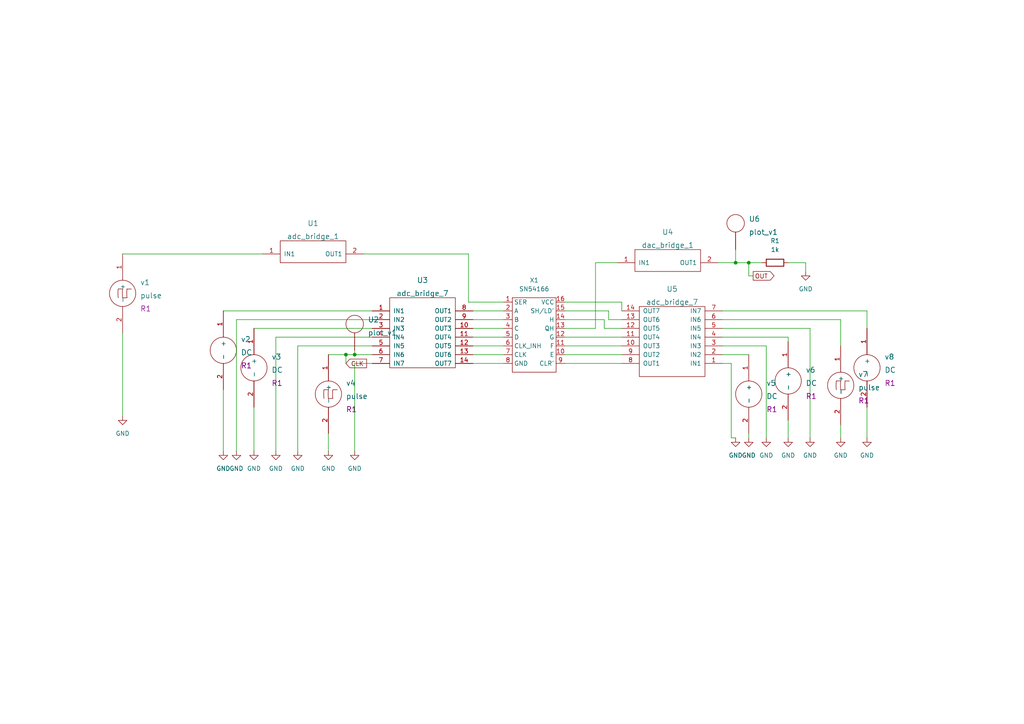
<source format=kicad_sch>
(kicad_sch (version 20211123) (generator eeschema)

  (uuid 58c39017-c7a9-4d65-8798-677ac3bddedf)

  (paper "A4")

  (lib_symbols
    (symbol "eSim_Devices:resistor" (pin_numbers hide) (pin_names (offset 0)) (in_bom yes) (on_board yes)
      (property "Reference" "R" (id 0) (at 1.27 3.302 0)
        (effects (font (size 1.27 1.27)))
      )
      (property "Value" "resistor" (id 1) (at 1.27 -1.27 0)
        (effects (font (size 1.27 1.27)))
      )
      (property "Footprint" "" (id 2) (at 1.27 -0.508 0)
        (effects (font (size 0.762 0.762)))
      )
      (property "Datasheet" "" (id 3) (at 1.27 1.27 90)
        (effects (font (size 0.762 0.762)))
      )
      (property "ki_fp_filters" "R_* Resistor_*" (id 4) (at 0 0 0)
        (effects (font (size 1.27 1.27)) hide)
      )
      (symbol "resistor_0_1"
        (rectangle (start 3.81 0.254) (end -1.27 2.286)
          (stroke (width 0.254) (type default) (color 0 0 0 0))
          (fill (type none))
        )
      )
      (symbol "resistor_1_1"
        (pin passive line (at -2.54 1.27 0) (length 1.27)
          (name "~" (effects (font (size 1.524 1.524))))
          (number "1" (effects (font (size 1.524 1.524))))
        )
        (pin passive line (at 5.08 1.27 180) (length 1.27)
          (name "~" (effects (font (size 1.524 1.524))))
          (number "2" (effects (font (size 1.524 1.524))))
        )
      )
    )
    (symbol "eSim_Hybrid:adc_bridge_1" (pin_names (offset 1.016)) (in_bom yes) (on_board yes)
      (property "Reference" "U" (id 0) (at 0 0 0)
        (effects (font (size 1.524 1.524)))
      )
      (property "Value" "adc_bridge_1" (id 1) (at 0 3.81 0)
        (effects (font (size 1.524 1.524)))
      )
      (property "Footprint" "" (id 2) (at 0 0 0)
        (effects (font (size 1.524 1.524)))
      )
      (property "Datasheet" "" (id 3) (at 0 0 0)
        (effects (font (size 1.524 1.524)))
      )
      (symbol "adc_bridge_1_0_1"
        (rectangle (start -10.16 5.08) (end 8.89 -1.27)
          (stroke (width 0) (type default) (color 0 0 0 0))
          (fill (type none))
        )
      )
      (symbol "adc_bridge_1_1_1"
        (pin input line (at -15.24 1.27 0) (length 5.08)
          (name "IN1" (effects (font (size 1.27 1.27))))
          (number "1" (effects (font (size 1.27 1.27))))
        )
        (pin output line (at 13.97 1.27 180) (length 5.08)
          (name "OUT1" (effects (font (size 1.27 1.27))))
          (number "2" (effects (font (size 1.27 1.27))))
        )
      )
    )
    (symbol "eSim_Hybrid:adc_bridge_7" (pin_names (offset 1.016)) (in_bom yes) (on_board yes)
      (property "Reference" "U" (id 0) (at 0 0 0)
        (effects (font (size 1.524 1.524)))
      )
      (property "Value" "adc_bridge_7" (id 1) (at 0 3.81 0)
        (effects (font (size 1.524 1.524)))
      )
      (property "Footprint" "" (id 2) (at 0 0 0)
        (effects (font (size 1.524 1.524)))
      )
      (property "Datasheet" "" (id 3) (at 0 0 0)
        (effects (font (size 1.524 1.524)))
      )
      (symbol "adc_bridge_7_0_1"
        (rectangle (start -10.16 5.08) (end 8.89 -15.24)
          (stroke (width 0) (type default) (color 0 0 0 0))
          (fill (type none))
        )
      )
      (symbol "adc_bridge_7_1_1"
        (pin input line (at -15.24 1.27 0) (length 5.08)
          (name "IN1" (effects (font (size 1.27 1.27))))
          (number "1" (effects (font (size 1.27 1.27))))
        )
        (pin output line (at 13.97 -3.81 180) (length 5.08)
          (name "OUT3" (effects (font (size 1.27 1.27))))
          (number "10" (effects (font (size 1.27 1.27))))
        )
        (pin output line (at 13.97 -6.35 180) (length 5.08)
          (name "OUT4" (effects (font (size 1.27 1.27))))
          (number "11" (effects (font (size 1.27 1.27))))
        )
        (pin output line (at 13.97 -8.89 180) (length 5.08)
          (name "OUT5" (effects (font (size 1.27 1.27))))
          (number "12" (effects (font (size 1.27 1.27))))
        )
        (pin output line (at 13.97 -11.43 180) (length 5.08)
          (name "OUT6" (effects (font (size 1.27 1.27))))
          (number "13" (effects (font (size 1.27 1.27))))
        )
        (pin output line (at 13.97 -13.97 180) (length 5.08)
          (name "OUT7" (effects (font (size 1.27 1.27))))
          (number "14" (effects (font (size 1.27 1.27))))
        )
        (pin input line (at -15.24 -1.27 0) (length 5.08)
          (name "IN2" (effects (font (size 1.27 1.27))))
          (number "2" (effects (font (size 1.27 1.27))))
        )
        (pin input line (at -15.24 -3.81 0) (length 5.08)
          (name "IN3" (effects (font (size 1.27 1.27))))
          (number "3" (effects (font (size 1.27 1.27))))
        )
        (pin input line (at -15.24 -6.35 0) (length 5.08)
          (name "IN4" (effects (font (size 1.27 1.27))))
          (number "4" (effects (font (size 1.27 1.27))))
        )
        (pin input line (at -15.24 -8.89 0) (length 5.08)
          (name "IN5" (effects (font (size 1.27 1.27))))
          (number "5" (effects (font (size 1.27 1.27))))
        )
        (pin input line (at -15.24 -11.43 0) (length 5.08)
          (name "IN6" (effects (font (size 1.27 1.27))))
          (number "6" (effects (font (size 1.27 1.27))))
        )
        (pin input line (at -15.24 -13.97 0) (length 5.08)
          (name "IN7" (effects (font (size 1.27 1.27))))
          (number "7" (effects (font (size 1.27 1.27))))
        )
        (pin output line (at 13.97 1.27 180) (length 5.08)
          (name "OUT1" (effects (font (size 1.27 1.27))))
          (number "8" (effects (font (size 1.27 1.27))))
        )
        (pin output line (at 13.97 -1.27 180) (length 5.08)
          (name "OUT2" (effects (font (size 1.27 1.27))))
          (number "9" (effects (font (size 1.27 1.27))))
        )
      )
    )
    (symbol "eSim_Hybrid:dac_bridge_1" (pin_names (offset 1.016)) (in_bom yes) (on_board yes)
      (property "Reference" "U" (id 0) (at 0 0 0)
        (effects (font (size 1.524 1.524)))
      )
      (property "Value" "dac_bridge_1" (id 1) (at 0 3.81 0)
        (effects (font (size 1.524 1.524)))
      )
      (property "Footprint" "" (id 2) (at 0 0 0)
        (effects (font (size 1.524 1.524)))
      )
      (property "Datasheet" "" (id 3) (at 0 0 0)
        (effects (font (size 1.524 1.524)))
      )
      (symbol "dac_bridge_1_0_1"
        (rectangle (start -10.16 5.08) (end 8.89 -1.27)
          (stroke (width 0) (type default) (color 0 0 0 0))
          (fill (type none))
        )
      )
      (symbol "dac_bridge_1_1_1"
        (pin input line (at -15.24 1.27 0) (length 5.08)
          (name "IN1" (effects (font (size 1.27 1.27))))
          (number "1" (effects (font (size 1.27 1.27))))
        )
        (pin output line (at 13.97 1.27 180) (length 5.08)
          (name "OUT1" (effects (font (size 1.27 1.27))))
          (number "2" (effects (font (size 1.27 1.27))))
        )
      )
    )
    (symbol "eSim_Plot:plot_v1" (pin_names (offset 1.016)) (in_bom yes) (on_board yes)
      (property "Reference" "U" (id 0) (at 0 12.7 0)
        (effects (font (size 1.524 1.524)))
      )
      (property "Value" "plot_v1" (id 1) (at 5.08 8.89 0)
        (effects (font (size 1.524 1.524)))
      )
      (property "Footprint" "" (id 2) (at 0 0 0)
        (effects (font (size 1.524 1.524)))
      )
      (property "Datasheet" "" (id 3) (at 0 0 0)
        (effects (font (size 1.524 1.524)))
      )
      (symbol "plot_v1_0_1"
        (circle (center 0 12.7) (radius 2.54)
          (stroke (width 0) (type default) (color 0 0 0 0))
          (fill (type none))
        )
      )
      (symbol "plot_v1_1_1"
        (pin input line (at 0 5.08 90) (length 5.08)
          (name "~" (effects (font (size 1.27 1.27))))
          (number "~" (effects (font (size 1.27 1.27))))
        )
      )
    )
    (symbol "eSim_Power:eSim_GND" (power) (pin_names (offset 0)) (in_bom yes) (on_board yes)
      (property "Reference" "#PWR" (id 0) (at 0 -6.35 0)
        (effects (font (size 1.27 1.27)) hide)
      )
      (property "Value" "eSim_GND" (id 1) (at 0 -3.81 0)
        (effects (font (size 1.27 1.27)))
      )
      (property "Footprint" "" (id 2) (at 0 0 0)
        (effects (font (size 1.27 1.27)) hide)
      )
      (property "Datasheet" "" (id 3) (at 0 0 0)
        (effects (font (size 1.27 1.27)) hide)
      )
      (symbol "eSim_GND_0_1"
        (polyline
          (pts
            (xy 0 0)
            (xy 0 -1.27)
            (xy 1.27 -1.27)
            (xy 0 -2.54)
            (xy -1.27 -1.27)
            (xy 0 -1.27)
          )
          (stroke (width 0) (type default) (color 0 0 0 0))
          (fill (type none))
        )
      )
      (symbol "eSim_GND_1_1"
        (pin power_in line (at 0 0 270) (length 0) hide
          (name "GND" (effects (font (size 1.27 1.27))))
          (number "1" (effects (font (size 1.27 1.27))))
        )
      )
    )
    (symbol "eSim_Sources:DC" (pin_names (offset 1.016)) (in_bom yes) (on_board yes)
      (property "Reference" "v" (id 0) (at -5.08 2.54 0)
        (effects (font (size 1.524 1.524)))
      )
      (property "Value" "DC" (id 1) (at -5.08 -1.27 0)
        (effects (font (size 1.524 1.524)))
      )
      (property "Footprint" "R1" (id 2) (at -7.62 0 0)
        (effects (font (size 1.524 1.524)))
      )
      (property "Datasheet" "" (id 3) (at 0 0 0)
        (effects (font (size 1.524 1.524)))
      )
      (property "ki_fp_filters" "1_pin" (id 4) (at 0 0 0)
        (effects (font (size 1.27 1.27)) hide)
      )
      (symbol "DC_0_1"
        (circle (center 0 0) (radius 3.81)
          (stroke (width 0) (type default) (color 0 0 0 0))
          (fill (type none))
        )
      )
      (symbol "DC_1_1"
        (pin power_out line (at 0 11.43 270) (length 7.62)
          (name "+" (effects (font (size 1.27 1.27))))
          (number "1" (effects (font (size 1.27 1.27))))
        )
        (pin power_out line (at 0 -11.43 90) (length 7.62)
          (name "-" (effects (font (size 1.27 1.27))))
          (number "2" (effects (font (size 1.27 1.27))))
        )
      )
    )
    (symbol "eSim_Sources:pulse" (pin_names (offset 1.016)) (in_bom yes) (on_board yes)
      (property "Reference" "v" (id 0) (at -5.08 2.54 0)
        (effects (font (size 1.524 1.524)))
      )
      (property "Value" "pulse" (id 1) (at -5.08 -1.27 0)
        (effects (font (size 1.524 1.524)))
      )
      (property "Footprint" "R1" (id 2) (at -7.62 0 0)
        (effects (font (size 1.524 1.524)))
      )
      (property "Datasheet" "" (id 3) (at 0 0 0)
        (effects (font (size 1.524 1.524)))
      )
      (property "ki_fp_filters" "1_pin" (id 4) (at 0 0 0)
        (effects (font (size 1.27 1.27)) hide)
      )
      (symbol "pulse_0_1"
        (arc (start -1.27 1.27) (mid -1.3491 0) (end -1.27 -1.27)
          (stroke (width 0) (type default) (color 0 0 0 0))
          (fill (type none))
        )
        (arc (start 0 -1.27) (mid 0.635 -1.2876) (end 1.27 -1.27)
          (stroke (width 0) (type default) (color 0 0 0 0))
          (fill (type none))
        )
        (circle (center 0 0) (radius 3.81)
          (stroke (width 0) (type default) (color 0 0 0 0))
          (fill (type none))
        )
        (arc (start 0 1.27) (mid -0.635 1.2859) (end -1.27 1.27)
          (stroke (width 0) (type default) (color 0 0 0 0))
          (fill (type none))
        )
        (arc (start 0 1.27) (mid -0.0703 0) (end 0 -1.27)
          (stroke (width 0) (type default) (color 0 0 0 0))
          (fill (type none))
        )
        (arc (start 1.27 1.27) (mid 1.2124 0) (end 1.27 -1.27)
          (stroke (width 0) (type default) (color 0 0 0 0))
          (fill (type none))
        )
        (arc (start 1.27 1.27) (mid 1.905 1.2556) (end 2.54 1.27)
          (stroke (width 0) (type default) (color 0 0 0 0))
          (fill (type none))
        )
      )
      (symbol "pulse_1_1"
        (pin passive line (at 0 11.43 270) (length 7.62)
          (name "+" (effects (font (size 1.27 1.27))))
          (number "1" (effects (font (size 1.27 1.27))))
        )
        (pin passive line (at 0 -11.43 90) (length 7.62)
          (name "-" (effects (font (size 1.27 1.27))))
          (number "2" (effects (font (size 1.27 1.27))))
        )
      )
    )
    (symbol "eSim_Subckt:SN54166" (in_bom yes) (on_board yes)
      (property "Reference" "X" (id 0) (at 0 -10.16 0)
        (effects (font (size 1.27 1.27)))
      )
      (property "Value" "SN54166" (id 1) (at 0 15.24 0)
        (effects (font (size 1.27 1.27)))
      )
      (property "Footprint" "" (id 2) (at 0 0 0)
        (effects (font (size 1.27 1.27)) hide)
      )
      (property "Datasheet" "" (id 3) (at 0 0 0)
        (effects (font (size 1.27 1.27)) hide)
      )
      (symbol "SN54166_0_1"
        (rectangle (start -6.35 12.7) (end 6.35 -8.89)
          (stroke (width 0) (type default) (color 0 0 0 0))
          (fill (type none))
        )
      )
      (symbol "SN54166_1_1"
        (pin input line (at -8.89 11.43 0) (length 2.54)
          (name "SER" (effects (font (size 1.27 1.27))))
          (number "1" (effects (font (size 1.27 1.27))))
        )
        (pin input line (at 8.89 -3.81 180) (length 2.54)
          (name "E" (effects (font (size 1.27 1.27))))
          (number "10" (effects (font (size 1.27 1.27))))
        )
        (pin input line (at 8.89 -1.27 180) (length 2.54)
          (name "F" (effects (font (size 1.27 1.27))))
          (number "11" (effects (font (size 1.27 1.27))))
        )
        (pin input line (at 8.89 1.27 180) (length 2.54)
          (name "G" (effects (font (size 1.27 1.27))))
          (number "12" (effects (font (size 1.27 1.27))))
        )
        (pin output line (at 8.89 3.81 180) (length 2.54)
          (name "QH" (effects (font (size 1.27 1.27))))
          (number "13" (effects (font (size 1.27 1.27))))
        )
        (pin input line (at 8.89 6.35 180) (length 2.54)
          (name "H" (effects (font (size 1.27 1.27))))
          (number "14" (effects (font (size 1.27 1.27))))
        )
        (pin input line (at 8.89 8.89 180) (length 2.54)
          (name "SH/LD'" (effects (font (size 1.27 1.27))))
          (number "15" (effects (font (size 1.27 1.27))))
        )
        (pin input line (at 8.89 11.43 180) (length 2.54)
          (name "VCC" (effects (font (size 1.27 1.27))))
          (number "16" (effects (font (size 1.27 1.27))))
        )
        (pin input line (at -8.89 8.89 0) (length 2.54)
          (name "A" (effects (font (size 1.27 1.27))))
          (number "2" (effects (font (size 1.27 1.27))))
        )
        (pin input line (at -8.89 6.35 0) (length 2.54)
          (name "B" (effects (font (size 1.27 1.27))))
          (number "3" (effects (font (size 1.27 1.27))))
        )
        (pin input line (at -8.89 3.81 0) (length 2.54)
          (name "C" (effects (font (size 1.27 1.27))))
          (number "4" (effects (font (size 1.27 1.27))))
        )
        (pin input line (at -8.89 1.27 0) (length 2.54)
          (name "D" (effects (font (size 1.27 1.27))))
          (number "5" (effects (font (size 1.27 1.27))))
        )
        (pin input line (at -8.89 -1.27 0) (length 2.54)
          (name "CLK_INH" (effects (font (size 1.27 1.27))))
          (number "6" (effects (font (size 1.27 1.27))))
        )
        (pin input line (at -8.89 -3.81 0) (length 2.54)
          (name "CLK" (effects (font (size 1.27 1.27))))
          (number "7" (effects (font (size 1.27 1.27))))
        )
        (pin input line (at -8.89 -6.35 0) (length 2.54)
          (name "GND" (effects (font (size 1.27 1.27))))
          (number "8" (effects (font (size 1.27 1.27))))
        )
        (pin input line (at 8.89 -6.35 180) (length 2.54)
          (name "CLR'" (effects (font (size 1.27 1.27))))
          (number "9" (effects (font (size 1.27 1.27))))
        )
      )
    )
  )


  (junction (at 217.17 76.2) (diameter 0) (color 0 0 0 0)
    (uuid 5911553e-35c5-4f5a-9b23-8884868c9403)
  )
  (junction (at 100.33 102.87) (diameter 0) (color 0 0 0 0)
    (uuid 5ae6a308-dd06-4fbc-9e78-124eba32c023)
  )
  (junction (at 213.36 76.2) (diameter 0) (color 0 0 0 0)
    (uuid 5df6395a-5ea0-4484-9644-fa9111f50f49)
  )
  (junction (at 102.87 102.87) (diameter 0) (color 0 0 0 0)
    (uuid bb2ed491-dcb7-4e0b-9acd-98e337c57d4a)
  )

  (wire (pts (xy 35.56 96.52) (xy 35.56 120.65))
    (stroke (width 0) (type default) (color 0 0 0 0))
    (uuid 00e3ae13-37ca-4b30-ba59-df39c7213b4f)
  )
  (wire (pts (xy 102.87 101.6) (xy 102.87 102.87))
    (stroke (width 0) (type default) (color 0 0 0 0))
    (uuid 01913d30-6e98-4719-9b12-3cb244675841)
  )
  (wire (pts (xy 102.87 105.41) (xy 107.95 105.41))
    (stroke (width 0) (type default) (color 0 0 0 0))
    (uuid 01f28d34-b29c-45c5-aee8-53b58c949d49)
  )
  (wire (pts (xy 80.01 97.79) (xy 107.95 97.79))
    (stroke (width 0) (type default) (color 0 0 0 0))
    (uuid 02f34be4-6977-4da5-b698-0c6972be9d62)
  )
  (wire (pts (xy 95.25 102.87) (xy 100.33 102.87))
    (stroke (width 0) (type default) (color 0 0 0 0))
    (uuid 034087d8-d670-4867-823f-1a649775dfef)
  )
  (wire (pts (xy 228.6 76.2) (xy 233.68 76.2))
    (stroke (width 0) (type default) (color 0 0 0 0))
    (uuid 05765329-e7a5-40fb-a755-cdf7db519edd)
  )
  (wire (pts (xy 251.46 118.11) (xy 251.46 127))
    (stroke (width 0) (type default) (color 0 0 0 0))
    (uuid 05b5377c-e8f4-420e-bc54-c7c7db758c52)
  )
  (wire (pts (xy 217.17 80.01) (xy 217.17 76.2))
    (stroke (width 0) (type default) (color 0 0 0 0))
    (uuid 069a17b3-48cc-43e3-8c9e-acb334cc83bb)
  )
  (wire (pts (xy 243.84 92.71) (xy 209.55 92.71))
    (stroke (width 0) (type default) (color 0 0 0 0))
    (uuid 076d89ab-e124-47c3-811a-74a3095fcb76)
  )
  (wire (pts (xy 73.66 95.25) (xy 107.95 95.25))
    (stroke (width 0) (type default) (color 0 0 0 0))
    (uuid 12df2921-81af-4cbd-8acc-ee43e7e457c2)
  )
  (wire (pts (xy 137.16 100.33) (xy 146.05 100.33))
    (stroke (width 0) (type default) (color 0 0 0 0))
    (uuid 1511b451-453c-4830-8757-a90a683cebe4)
  )
  (wire (pts (xy 64.77 113.03) (xy 64.77 130.81))
    (stroke (width 0) (type default) (color 0 0 0 0))
    (uuid 1574afda-3a86-47ee-9eb5-bcf937949644)
  )
  (wire (pts (xy 135.89 87.63) (xy 146.05 87.63))
    (stroke (width 0) (type default) (color 0 0 0 0))
    (uuid 1acd8fb3-6006-47ae-88ad-7924327a7857)
  )
  (wire (pts (xy 243.84 123.19) (xy 243.84 127))
    (stroke (width 0) (type default) (color 0 0 0 0))
    (uuid 1aec2370-244e-46e8-9281-334c7619179b)
  )
  (wire (pts (xy 100.33 102.87) (xy 102.87 102.87))
    (stroke (width 0) (type default) (color 0 0 0 0))
    (uuid 1c8d1929-30f9-4dd3-8541-76a569658253)
  )
  (wire (pts (xy 234.95 95.25) (xy 234.95 127))
    (stroke (width 0) (type default) (color 0 0 0 0))
    (uuid 1f493e12-2ce4-4a50-87ae-22957488eb72)
  )
  (wire (pts (xy 137.16 105.41) (xy 146.05 105.41))
    (stroke (width 0) (type default) (color 0 0 0 0))
    (uuid 1f71e9ad-9734-4714-a8ee-ddc3a7113188)
  )
  (wire (pts (xy 64.77 90.17) (xy 107.95 90.17))
    (stroke (width 0) (type default) (color 0 0 0 0))
    (uuid 22a6d73b-c93e-4f88-bf47-867edcc0e229)
  )
  (wire (pts (xy 228.6 99.06) (xy 228.6 97.79))
    (stroke (width 0) (type default) (color 0 0 0 0))
    (uuid 264bb270-7a93-4e2f-a38d-e968cb85f7ff)
  )
  (wire (pts (xy 243.84 100.33) (xy 243.84 92.71))
    (stroke (width 0) (type default) (color 0 0 0 0))
    (uuid 2767579f-0f56-4ef3-892e-fdf1e9bf6ceb)
  )
  (wire (pts (xy 209.55 90.17) (xy 251.46 90.17))
    (stroke (width 0) (type default) (color 0 0 0 0))
    (uuid 2aba0502-b697-4d57-a7d8-98a68a49dffb)
  )
  (wire (pts (xy 163.83 97.79) (xy 180.34 97.79))
    (stroke (width 0) (type default) (color 0 0 0 0))
    (uuid 2eb3dee5-61b1-463f-aead-fbd32d6f7d7c)
  )
  (wire (pts (xy 86.36 100.33) (xy 107.95 100.33))
    (stroke (width 0) (type default) (color 0 0 0 0))
    (uuid 301d7f6b-6804-4bdf-b49f-c91bc4eb1e4d)
  )
  (wire (pts (xy 217.17 76.2) (xy 220.98 76.2))
    (stroke (width 0) (type default) (color 0 0 0 0))
    (uuid 30f7fe86-dca5-4a04-86c0-6565c6ef6acf)
  )
  (wire (pts (xy 228.6 97.79) (xy 209.55 97.79))
    (stroke (width 0) (type default) (color 0 0 0 0))
    (uuid 34a0671c-0b2a-4d07-8dfc-8894bf6ee678)
  )
  (wire (pts (xy 213.36 72.39) (xy 213.36 76.2))
    (stroke (width 0) (type default) (color 0 0 0 0))
    (uuid 37cdb9a1-e111-4cd4-9d53-63b23418e82a)
  )
  (wire (pts (xy 163.83 100.33) (xy 180.34 100.33))
    (stroke (width 0) (type default) (color 0 0 0 0))
    (uuid 48bddf4f-76e0-4bbd-b835-7f32442e5a37)
  )
  (wire (pts (xy 172.72 76.2) (xy 179.07 76.2))
    (stroke (width 0) (type default) (color 0 0 0 0))
    (uuid 497d0bec-e4dc-41a8-864b-5e3c38db87b7)
  )
  (wire (pts (xy 95.25 125.73) (xy 95.25 130.81))
    (stroke (width 0) (type default) (color 0 0 0 0))
    (uuid 52bb9d5d-5790-424b-aa4d-e48669a002b7)
  )
  (wire (pts (xy 163.83 87.63) (xy 180.34 87.63))
    (stroke (width 0) (type default) (color 0 0 0 0))
    (uuid 5ed4a906-d421-4425-90c0-1297463ce58d)
  )
  (wire (pts (xy 163.83 102.87) (xy 180.34 102.87))
    (stroke (width 0) (type default) (color 0 0 0 0))
    (uuid 6665a3d5-2c68-4eb3-bc88-1d55472356e6)
  )
  (wire (pts (xy 180.34 87.63) (xy 180.34 90.17))
    (stroke (width 0) (type default) (color 0 0 0 0))
    (uuid 7147536f-1878-40f1-be55-ce058170366a)
  )
  (wire (pts (xy 209.55 105.41) (xy 212.09 105.41))
    (stroke (width 0) (type default) (color 0 0 0 0))
    (uuid 71fd3eed-65aa-4b94-b048-a77badebdf86)
  )
  (wire (pts (xy 73.66 118.11) (xy 73.66 130.81))
    (stroke (width 0) (type default) (color 0 0 0 0))
    (uuid 767c6177-8e1d-4478-88de-a249ccbad2cc)
  )
  (wire (pts (xy 175.26 95.25) (xy 175.26 92.71))
    (stroke (width 0) (type default) (color 0 0 0 0))
    (uuid 7f94219a-bf3e-4f7a-af30-a53f1e22fbcd)
  )
  (wire (pts (xy 176.53 90.17) (xy 176.53 92.71))
    (stroke (width 0) (type default) (color 0 0 0 0))
    (uuid 7fb0b67a-458f-41f1-a124-42b4e3dec4be)
  )
  (wire (pts (xy 163.83 105.41) (xy 180.34 105.41))
    (stroke (width 0) (type default) (color 0 0 0 0))
    (uuid 8e9b6089-3d70-4235-95c1-7244ef1a51ea)
  )
  (wire (pts (xy 218.44 80.01) (xy 217.17 80.01))
    (stroke (width 0) (type default) (color 0 0 0 0))
    (uuid 9550b206-73ab-482f-9c39-5253041dcbd1)
  )
  (wire (pts (xy 102.87 102.87) (xy 107.95 102.87))
    (stroke (width 0) (type default) (color 0 0 0 0))
    (uuid 96c100c4-2656-4832-9859-a096bd96fb01)
  )
  (wire (pts (xy 137.16 92.71) (xy 146.05 92.71))
    (stroke (width 0) (type default) (color 0 0 0 0))
    (uuid 9ac0c853-0ac9-4d38-8874-a79f51dec075)
  )
  (wire (pts (xy 209.55 102.87) (xy 217.17 102.87))
    (stroke (width 0) (type default) (color 0 0 0 0))
    (uuid 9dcbaec3-a1d3-4fbb-85ec-6f835c7cb288)
  )
  (wire (pts (xy 175.26 92.71) (xy 163.83 92.71))
    (stroke (width 0) (type default) (color 0 0 0 0))
    (uuid a3cc6dfe-0789-46b5-8bb8-24c06e778abc)
  )
  (wire (pts (xy 233.68 76.2) (xy 233.68 78.74))
    (stroke (width 0) (type default) (color 0 0 0 0))
    (uuid a5e97952-f623-4fc0-a2f1-d94fb3fa53cc)
  )
  (wire (pts (xy 86.36 130.81) (xy 86.36 100.33))
    (stroke (width 0) (type default) (color 0 0 0 0))
    (uuid b020944c-eaff-401b-810f-d27868a7a93e)
  )
  (wire (pts (xy 208.28 76.2) (xy 213.36 76.2))
    (stroke (width 0) (type default) (color 0 0 0 0))
    (uuid b0ce02a0-dce4-4fae-9ac4-08d814ae046f)
  )
  (wire (pts (xy 137.16 95.25) (xy 146.05 95.25))
    (stroke (width 0) (type default) (color 0 0 0 0))
    (uuid ba5e783c-6ad6-44bb-89c9-ad88bdafa163)
  )
  (wire (pts (xy 212.09 105.41) (xy 212.09 127))
    (stroke (width 0) (type default) (color 0 0 0 0))
    (uuid bcd53586-47b9-40ac-88e6-b43c0b7472dc)
  )
  (wire (pts (xy 163.83 95.25) (xy 172.72 95.25))
    (stroke (width 0) (type default) (color 0 0 0 0))
    (uuid bf0378bd-9c5e-40dd-9eb7-5c4439e315aa)
  )
  (wire (pts (xy 217.17 125.73) (xy 217.17 127))
    (stroke (width 0) (type default) (color 0 0 0 0))
    (uuid bf2ea93e-d64c-4ae7-bb21-44ffe5222d11)
  )
  (wire (pts (xy 212.09 127) (xy 213.36 127))
    (stroke (width 0) (type default) (color 0 0 0 0))
    (uuid c0e9f56b-8c6b-4f2d-b15a-66c47f7f9c3e)
  )
  (wire (pts (xy 180.34 95.25) (xy 175.26 95.25))
    (stroke (width 0) (type default) (color 0 0 0 0))
    (uuid c10892b4-84ef-41af-a69b-c1fc23ab4099)
  )
  (wire (pts (xy 209.55 100.33) (xy 222.25 100.33))
    (stroke (width 0) (type default) (color 0 0 0 0))
    (uuid c554c102-297a-4bf3-a19b-5d4330765658)
  )
  (wire (pts (xy 135.89 73.66) (xy 135.89 87.63))
    (stroke (width 0) (type default) (color 0 0 0 0))
    (uuid c62c40e3-f751-4d45-b97d-55e582f46881)
  )
  (wire (pts (xy 80.01 97.79) (xy 80.01 130.81))
    (stroke (width 0) (type default) (color 0 0 0 0))
    (uuid c63f6c94-81e7-4e06-98f7-caa20b1571fc)
  )
  (wire (pts (xy 209.55 95.25) (xy 234.95 95.25))
    (stroke (width 0) (type default) (color 0 0 0 0))
    (uuid c6561128-fe3a-4f90-b255-4f778ae00790)
  )
  (wire (pts (xy 105.41 73.66) (xy 135.89 73.66))
    (stroke (width 0) (type default) (color 0 0 0 0))
    (uuid c8373739-0b73-4ace-a8ca-9b20e5f78aab)
  )
  (wire (pts (xy 137.16 97.79) (xy 146.05 97.79))
    (stroke (width 0) (type default) (color 0 0 0 0))
    (uuid cb76f21e-3814-4d42-becb-181df0187946)
  )
  (wire (pts (xy 163.83 90.17) (xy 176.53 90.17))
    (stroke (width 0) (type default) (color 0 0 0 0))
    (uuid ce492dfd-db4f-4af2-bac2-9bb7c30c9cf9)
  )
  (wire (pts (xy 251.46 90.17) (xy 251.46 95.25))
    (stroke (width 0) (type default) (color 0 0 0 0))
    (uuid d1859046-cf3f-471b-aa28-0c45929eeee7)
  )
  (wire (pts (xy 137.16 102.87) (xy 146.05 102.87))
    (stroke (width 0) (type default) (color 0 0 0 0))
    (uuid d25a67bc-0c0a-40f1-8bf7-c016a34281e2)
  )
  (wire (pts (xy 172.72 95.25) (xy 172.72 76.2))
    (stroke (width 0) (type default) (color 0 0 0 0))
    (uuid d305493c-b720-4ffa-b6b8-479e0c185c2c)
  )
  (wire (pts (xy 213.36 76.2) (xy 217.17 76.2))
    (stroke (width 0) (type default) (color 0 0 0 0))
    (uuid d333c7cc-0fae-4b92-b8a9-52b865d99e98)
  )
  (wire (pts (xy 176.53 92.71) (xy 180.34 92.71))
    (stroke (width 0) (type default) (color 0 0 0 0))
    (uuid d50715fd-a639-454e-af08-8bac018ebd44)
  )
  (wire (pts (xy 222.25 100.33) (xy 222.25 127))
    (stroke (width 0) (type default) (color 0 0 0 0))
    (uuid d58e1c4a-4b4e-4361-8f81-bd60c30ef933)
  )
  (wire (pts (xy 137.16 90.17) (xy 146.05 90.17))
    (stroke (width 0) (type default) (color 0 0 0 0))
    (uuid d76c70cf-288c-4e72-ba18-5c8c39e2039a)
  )
  (wire (pts (xy 68.58 92.71) (xy 107.95 92.71))
    (stroke (width 0) (type default) (color 0 0 0 0))
    (uuid e008638a-bca1-4bea-ba15-b648245004e1)
  )
  (wire (pts (xy 228.6 121.92) (xy 228.6 127))
    (stroke (width 0) (type default) (color 0 0 0 0))
    (uuid e5574180-9eb7-4f30-850e-b7143cc7fc9d)
  )
  (wire (pts (xy 102.87 130.81) (xy 102.87 105.41))
    (stroke (width 0) (type default) (color 0 0 0 0))
    (uuid e8a43214-c4c0-4010-b244-9ef209130d0f)
  )
  (wire (pts (xy 68.58 130.81) (xy 68.58 92.71))
    (stroke (width 0) (type default) (color 0 0 0 0))
    (uuid eb137aea-96b1-4941-8db7-4399be967b93)
  )
  (wire (pts (xy 100.33 102.87) (xy 100.33 105.41))
    (stroke (width 0) (type default) (color 0 0 0 0))
    (uuid fa4962eb-38ef-4c22-b820-eebeb5a68332)
  )
  (wire (pts (xy 35.56 73.66) (xy 76.2 73.66))
    (stroke (width 0) (type default) (color 0 0 0 0))
    (uuid fb4f0d04-4471-4222-918e-a774511e6ec3)
  )

  (global_label "CLK" (shape input) (at 100.33 105.41 0) (fields_autoplaced)
    (effects (font (size 1.27 1.27)) (justify left))
    (uuid 5039e71c-a910-4776-899b-0618ab555f52)
    (property "Intersheet References" "${INTERSHEET_REFS}" (id 0) (at 106.3112 105.3306 0)
      (effects (font (size 1.27 1.27)) (justify left) hide)
    )
  )
  (global_label "OUT" (shape output) (at 218.44 80.01 0) (fields_autoplaced)
    (effects (font (size 1.27 1.27)) (justify left))
    (uuid bf20701d-894d-4063-8d4d-83d032abd814)
    (property "Intersheet References" "${INTERSHEET_REFS}" (id 0) (at 224.4817 79.9306 0)
      (effects (font (size 1.27 1.27)) (justify left) hide)
    )
  )

  (symbol (lib_id "eSim_Power:eSim_GND") (at 233.68 78.74 0) (unit 1)
    (in_bom yes) (on_board yes) (fields_autoplaced)
    (uuid 07bd5d65-fc8a-402b-af10-0d0b866885fe)
    (property "Reference" "#PWR013" (id 0) (at 233.68 85.09 0)
      (effects (font (size 1.27 1.27)) hide)
    )
    (property "Value" "eSim_GND" (id 1) (at 233.68 83.82 0))
    (property "Footprint" "" (id 2) (at 233.68 78.74 0)
      (effects (font (size 1.27 1.27)) hide)
    )
    (property "Datasheet" "" (id 3) (at 233.68 78.74 0)
      (effects (font (size 1.27 1.27)) hide)
    )
    (pin "1" (uuid 3930b528-4b34-4cb1-b0d9-4b856aff6eab))
  )

  (symbol (lib_id "eSim_Sources:pulse") (at 95.25 114.3 0) (unit 1)
    (in_bom yes) (on_board yes) (fields_autoplaced)
    (uuid 0beb9da6-da95-493c-b7b9-3cee28fe4816)
    (property "Reference" "v4" (id 0) (at 100.33 111.125 0)
      (effects (font (size 1.524 1.524)) (justify left))
    )
    (property "Value" "pulse" (id 1) (at 100.33 114.935 0)
      (effects (font (size 1.524 1.524)) (justify left))
    )
    (property "Footprint" "R1" (id 2) (at 100.33 118.745 0)
      (effects (font (size 1.524 1.524)) (justify left))
    )
    (property "Datasheet" "" (id 3) (at 95.25 114.3 0)
      (effects (font (size 1.524 1.524)))
    )
    (pin "1" (uuid a62252e0-e1dc-4dab-92c0-35f8645670a5))
    (pin "2" (uuid 2f3462ef-777a-4f87-a67d-315e80213aa2))
  )

  (symbol (lib_id "eSim_Power:eSim_GND") (at 86.36 130.81 0) (unit 1)
    (in_bom yes) (on_board yes) (fields_autoplaced)
    (uuid 12143820-35db-476a-a6df-e22df5ce41b4)
    (property "Reference" "#PWR06" (id 0) (at 86.36 137.16 0)
      (effects (font (size 1.27 1.27)) hide)
    )
    (property "Value" "eSim_GND" (id 1) (at 86.36 135.89 0))
    (property "Footprint" "" (id 2) (at 86.36 130.81 0)
      (effects (font (size 1.27 1.27)) hide)
    )
    (property "Datasheet" "" (id 3) (at 86.36 130.81 0)
      (effects (font (size 1.27 1.27)) hide)
    )
    (pin "1" (uuid e89fe9d5-f3c0-4d07-81a1-4ee154897e4d))
  )

  (symbol (lib_id "eSim_Power:eSim_GND") (at 68.58 130.81 0) (unit 1)
    (in_bom yes) (on_board yes) (fields_autoplaced)
    (uuid 22f23e49-79f5-4be9-ba62-35f52369a366)
    (property "Reference" "#PWR03" (id 0) (at 68.58 137.16 0)
      (effects (font (size 1.27 1.27)) hide)
    )
    (property "Value" "eSim_GND" (id 1) (at 68.58 135.89 0))
    (property "Footprint" "" (id 2) (at 68.58 130.81 0)
      (effects (font (size 1.27 1.27)) hide)
    )
    (property "Datasheet" "" (id 3) (at 68.58 130.81 0)
      (effects (font (size 1.27 1.27)) hide)
    )
    (pin "1" (uuid b2cdb382-42b2-46c5-a3ea-e41902a446bb))
  )

  (symbol (lib_id "eSim_Power:eSim_GND") (at 228.6 127 0) (unit 1)
    (in_bom yes) (on_board yes) (fields_autoplaced)
    (uuid 24253e13-4603-461b-8bf5-d1004e2dbca1)
    (property "Reference" "#PWR012" (id 0) (at 228.6 133.35 0)
      (effects (font (size 1.27 1.27)) hide)
    )
    (property "Value" "eSim_GND" (id 1) (at 228.6 132.08 0))
    (property "Footprint" "" (id 2) (at 228.6 127 0)
      (effects (font (size 1.27 1.27)) hide)
    )
    (property "Datasheet" "" (id 3) (at 228.6 127 0)
      (effects (font (size 1.27 1.27)) hide)
    )
    (pin "1" (uuid 13bad206-6908-4dc6-ace3-e0ea87b9e4fe))
  )

  (symbol (lib_id "eSim_Hybrid:adc_bridge_1") (at 91.44 74.93 0) (unit 1)
    (in_bom yes) (on_board yes) (fields_autoplaced)
    (uuid 26f61509-b6f2-4287-949d-d805625e4c5d)
    (property "Reference" "U1" (id 0) (at 90.805 64.77 0)
      (effects (font (size 1.524 1.524)))
    )
    (property "Value" "adc_bridge_1" (id 1) (at 90.805 68.58 0)
      (effects (font (size 1.524 1.524)))
    )
    (property "Footprint" "" (id 2) (at 91.44 74.93 0)
      (effects (font (size 1.524 1.524)))
    )
    (property "Datasheet" "" (id 3) (at 91.44 74.93 0)
      (effects (font (size 1.524 1.524)))
    )
    (pin "1" (uuid d8dc7a86-6391-4529-8c39-9ba7e53a0b0c))
    (pin "2" (uuid c340bc05-26dd-46e2-a370-ccac00d1fe72))
  )

  (symbol (lib_id "eSim_Plot:plot_v1") (at 102.87 106.68 0) (unit 1)
    (in_bom yes) (on_board yes) (fields_autoplaced)
    (uuid 301c0e30-3b51-41b4-b409-13baa931d111)
    (property "Reference" "U2" (id 0) (at 106.68 92.71 0)
      (effects (font (size 1.524 1.524)) (justify left))
    )
    (property "Value" "plot_v1" (id 1) (at 106.68 96.52 0)
      (effects (font (size 1.524 1.524)) (justify left))
    )
    (property "Footprint" "" (id 2) (at 102.87 106.68 0)
      (effects (font (size 1.524 1.524)))
    )
    (property "Datasheet" "" (id 3) (at 102.87 106.68 0)
      (effects (font (size 1.524 1.524)))
    )
    (pin "~" (uuid 2496da13-d2df-49a7-b6f3-bc3baaf85b19))
  )

  (symbol (lib_id "eSim_Power:eSim_GND") (at 64.77 130.81 0) (unit 1)
    (in_bom yes) (on_board yes) (fields_autoplaced)
    (uuid 37b3dc37-822b-432f-8438-b505fc77a4fb)
    (property "Reference" "#PWR02" (id 0) (at 64.77 137.16 0)
      (effects (font (size 1.27 1.27)) hide)
    )
    (property "Value" "eSim_GND" (id 1) (at 64.77 135.89 0))
    (property "Footprint" "" (id 2) (at 64.77 130.81 0)
      (effects (font (size 1.27 1.27)) hide)
    )
    (property "Datasheet" "" (id 3) (at 64.77 130.81 0)
      (effects (font (size 1.27 1.27)) hide)
    )
    (pin "1" (uuid 588bf56a-2e1b-47cb-8c0a-1397065e57af))
  )

  (symbol (lib_id "eSim_Plot:plot_v1") (at 213.36 77.47 0) (unit 1)
    (in_bom yes) (on_board yes) (fields_autoplaced)
    (uuid 3cc3d17b-eba6-438e-897f-df5b560f8220)
    (property "Reference" "U6" (id 0) (at 217.17 63.5 0)
      (effects (font (size 1.524 1.524)) (justify left))
    )
    (property "Value" "plot_v1" (id 1) (at 217.17 67.31 0)
      (effects (font (size 1.524 1.524)) (justify left))
    )
    (property "Footprint" "" (id 2) (at 213.36 77.47 0)
      (effects (font (size 1.524 1.524)))
    )
    (property "Datasheet" "" (id 3) (at 213.36 77.47 0)
      (effects (font (size 1.524 1.524)))
    )
    (pin "~" (uuid fb7176d7-61e0-438b-a2f3-e50aa2759124))
  )

  (symbol (lib_id "eSim_Hybrid:adc_bridge_7") (at 194.31 104.14 180) (unit 1)
    (in_bom yes) (on_board yes) (fields_autoplaced)
    (uuid 4cb80bf1-60ea-4065-9361-9455b67bea6a)
    (property "Reference" "U5" (id 0) (at 194.945 83.82 0)
      (effects (font (size 1.524 1.524)))
    )
    (property "Value" "adc_bridge_7" (id 1) (at 194.945 87.63 0)
      (effects (font (size 1.524 1.524)))
    )
    (property "Footprint" "" (id 2) (at 194.31 104.14 0)
      (effects (font (size 1.524 1.524)))
    )
    (property "Datasheet" "" (id 3) (at 194.31 104.14 0)
      (effects (font (size 1.524 1.524)))
    )
    (pin "1" (uuid 5f273aaf-d0ed-4423-a946-6957d2798871))
    (pin "10" (uuid bbb1eee2-728c-463d-bdbe-f264ae358b9b))
    (pin "11" (uuid 7ab949ee-7c07-4106-9291-d0e300c0505c))
    (pin "12" (uuid 90ea4e5e-e781-4d4f-86c9-c9e6662f67fe))
    (pin "13" (uuid 2a70706c-7223-4911-a0fc-7d6a92dcd232))
    (pin "14" (uuid d685fc8b-d2aa-465c-bb7b-d3f6243a41ed))
    (pin "2" (uuid 6d238856-8a5a-4ed6-8be8-28e3f3c9825a))
    (pin "3" (uuid 825f534f-0fed-4c3d-b187-02869ae95507))
    (pin "4" (uuid 44649650-129f-41c2-8ad4-d994ffe4e9d2))
    (pin "5" (uuid 79d47967-2937-49f0-8776-c2493aaafb24))
    (pin "6" (uuid 4a05a3ee-80f0-46e3-9e77-4ee274ee3b13))
    (pin "7" (uuid 8db5a0ac-f5e2-40fc-855f-27c5650a0487))
    (pin "8" (uuid 3ac98213-916b-4f99-be4a-7ad95e70be28))
    (pin "9" (uuid cb3d34d0-0ecc-404b-9abd-81c95077ca5a))
  )

  (symbol (lib_id "eSim_Sources:DC") (at 251.46 106.68 0) (unit 1)
    (in_bom yes) (on_board yes) (fields_autoplaced)
    (uuid 5482eabc-29e5-494b-8fa0-da272ffde519)
    (property "Reference" "v8" (id 0) (at 256.54 103.505 0)
      (effects (font (size 1.524 1.524)) (justify left))
    )
    (property "Value" "DC" (id 1) (at 256.54 107.315 0)
      (effects (font (size 1.524 1.524)) (justify left))
    )
    (property "Footprint" "R1" (id 2) (at 256.54 111.125 0)
      (effects (font (size 1.524 1.524)) (justify left))
    )
    (property "Datasheet" "" (id 3) (at 251.46 106.68 0)
      (effects (font (size 1.524 1.524)))
    )
    (pin "1" (uuid 8adfcb26-a6ca-4428-b14c-7f9495bdde25))
    (pin "2" (uuid f1a61b40-74f5-4ef0-82e7-b5af4dc1a93d))
  )

  (symbol (lib_id "eSim_Power:eSim_GND") (at 73.66 130.81 0) (unit 1)
    (in_bom yes) (on_board yes) (fields_autoplaced)
    (uuid 6c8363b4-6391-48ca-a346-37d1428dc18a)
    (property "Reference" "#PWR04" (id 0) (at 73.66 137.16 0)
      (effects (font (size 1.27 1.27)) hide)
    )
    (property "Value" "eSim_GND" (id 1) (at 73.66 135.89 0))
    (property "Footprint" "" (id 2) (at 73.66 130.81 0)
      (effects (font (size 1.27 1.27)) hide)
    )
    (property "Datasheet" "" (id 3) (at 73.66 130.81 0)
      (effects (font (size 1.27 1.27)) hide)
    )
    (pin "1" (uuid 5341dc20-bef3-4015-848f-927bcaec946b))
  )

  (symbol (lib_id "eSim_Power:eSim_GND") (at 243.84 127 0) (unit 1)
    (in_bom yes) (on_board yes) (fields_autoplaced)
    (uuid 6ca8325e-b356-47e3-8a61-233dd38842ef)
    (property "Reference" "#PWR015" (id 0) (at 243.84 133.35 0)
      (effects (font (size 1.27 1.27)) hide)
    )
    (property "Value" "eSim_GND" (id 1) (at 243.84 132.08 0))
    (property "Footprint" "" (id 2) (at 243.84 127 0)
      (effects (font (size 1.27 1.27)) hide)
    )
    (property "Datasheet" "" (id 3) (at 243.84 127 0)
      (effects (font (size 1.27 1.27)) hide)
    )
    (pin "1" (uuid 4b2e84f7-55d9-4bbc-bc94-ee7293e264b5))
  )

  (symbol (lib_id "eSim_Hybrid:adc_bridge_7") (at 123.19 91.44 0) (unit 1)
    (in_bom yes) (on_board yes) (fields_autoplaced)
    (uuid 7c06cd71-b99e-459e-9b24-777ff7e0cb8d)
    (property "Reference" "U3" (id 0) (at 122.555 81.28 0)
      (effects (font (size 1.524 1.524)))
    )
    (property "Value" "adc_bridge_7" (id 1) (at 122.555 85.09 0)
      (effects (font (size 1.524 1.524)))
    )
    (property "Footprint" "" (id 2) (at 123.19 91.44 0)
      (effects (font (size 1.524 1.524)))
    )
    (property "Datasheet" "" (id 3) (at 123.19 91.44 0)
      (effects (font (size 1.524 1.524)))
    )
    (pin "1" (uuid a0e5c2b7-7d3a-4025-aafe-3d6c6f0ea5ef))
    (pin "10" (uuid 207572c3-903b-4f96-84a2-5b3d88835211))
    (pin "11" (uuid 27c2bda5-bfb8-4f8c-871f-1a969de0e608))
    (pin "12" (uuid 7450d6e2-6878-4c50-99f8-1dd3363d9d8d))
    (pin "13" (uuid a1716ec9-1aff-490d-8382-e3d288928fa8))
    (pin "14" (uuid 4ceec00f-e087-458e-be27-b57aee211aba))
    (pin "2" (uuid 5d6ef590-8383-4851-b828-72d3c6dfd2d0))
    (pin "3" (uuid ff49582a-1aec-4676-87bf-2277db2e063a))
    (pin "4" (uuid 4ca1883b-4b40-4ba9-aaff-e16c5d7d1de6))
    (pin "5" (uuid f97757ec-9e30-46bb-9b48-886d9a165f6f))
    (pin "6" (uuid 2ff242bd-c26f-4071-aa67-5f43330e0258))
    (pin "7" (uuid bb30740f-8b7f-4917-a8e6-653d344a68cf))
    (pin "8" (uuid 10103240-e82a-4015-8710-2733cd969027))
    (pin "9" (uuid 500818a7-b581-42b5-9035-f9e6cff9a252))
  )

  (symbol (lib_id "eSim_Power:eSim_GND") (at 222.25 127 0) (unit 1)
    (in_bom yes) (on_board yes) (fields_autoplaced)
    (uuid 8763256f-c15c-400a-9d53-ae25c488da80)
    (property "Reference" "#PWR011" (id 0) (at 222.25 133.35 0)
      (effects (font (size 1.27 1.27)) hide)
    )
    (property "Value" "eSim_GND" (id 1) (at 222.25 132.08 0))
    (property "Footprint" "" (id 2) (at 222.25 127 0)
      (effects (font (size 1.27 1.27)) hide)
    )
    (property "Datasheet" "" (id 3) (at 222.25 127 0)
      (effects (font (size 1.27 1.27)) hide)
    )
    (pin "1" (uuid d0b9bde3-382b-4a8c-b9ec-ed31f4c65108))
  )

  (symbol (lib_id "eSim_Power:eSim_GND") (at 213.36 127 0) (unit 1)
    (in_bom yes) (on_board yes) (fields_autoplaced)
    (uuid 8e46e2f5-3ddc-4326-9f31-0f8b47bb9c08)
    (property "Reference" "#PWR09" (id 0) (at 213.36 133.35 0)
      (effects (font (size 1.27 1.27)) hide)
    )
    (property "Value" "eSim_GND" (id 1) (at 213.36 132.08 0))
    (property "Footprint" "" (id 2) (at 213.36 127 0)
      (effects (font (size 1.27 1.27)) hide)
    )
    (property "Datasheet" "" (id 3) (at 213.36 127 0)
      (effects (font (size 1.27 1.27)) hide)
    )
    (pin "1" (uuid 8c710284-a932-4939-a144-d114b64b6fc8))
  )

  (symbol (lib_id "eSim_Hybrid:dac_bridge_1") (at 194.31 77.47 0) (unit 1)
    (in_bom yes) (on_board yes) (fields_autoplaced)
    (uuid 90f32651-5619-4bf5-ae78-e5bf56514e14)
    (property "Reference" "U4" (id 0) (at 193.675 67.31 0)
      (effects (font (size 1.524 1.524)))
    )
    (property "Value" "dac_bridge_1" (id 1) (at 193.675 71.12 0)
      (effects (font (size 1.524 1.524)))
    )
    (property "Footprint" "" (id 2) (at 194.31 77.47 0)
      (effects (font (size 1.524 1.524)))
    )
    (property "Datasheet" "" (id 3) (at 194.31 77.47 0)
      (effects (font (size 1.524 1.524)))
    )
    (pin "1" (uuid 0a14a9e1-0104-4588-97ba-365a3f2e2076))
    (pin "2" (uuid 8c651643-c6bb-479a-9c82-e9763ad004c3))
  )

  (symbol (lib_id "eSim_Sources:pulse") (at 35.56 85.09 0) (unit 1)
    (in_bom yes) (on_board yes) (fields_autoplaced)
    (uuid 9284b207-ca28-4003-a053-644f09d2a794)
    (property "Reference" "v1" (id 0) (at 40.64 81.915 0)
      (effects (font (size 1.524 1.524)) (justify left))
    )
    (property "Value" "pulse" (id 1) (at 40.64 85.725 0)
      (effects (font (size 1.524 1.524)) (justify left))
    )
    (property "Footprint" "R1" (id 2) (at 40.64 89.535 0)
      (effects (font (size 1.524 1.524)) (justify left))
    )
    (property "Datasheet" "" (id 3) (at 35.56 85.09 0)
      (effects (font (size 1.524 1.524)))
    )
    (pin "1" (uuid de454d68-49a9-41fe-94c9-e76eb08d47a9))
    (pin "2" (uuid ff87e08c-5c5b-4659-abab-6a22f0e741b9))
  )

  (symbol (lib_id "eSim_Subckt:SN54166") (at 154.94 99.06 0) (unit 1)
    (in_bom yes) (on_board yes) (fields_autoplaced)
    (uuid 9dd6667e-43ce-4e09-a2dd-a3e219f0418b)
    (property "Reference" "X1" (id 0) (at 154.94 81.28 0))
    (property "Value" "SN54166" (id 1) (at 154.94 83.82 0))
    (property "Footprint" "" (id 2) (at 154.94 99.06 0)
      (effects (font (size 1.27 1.27)) hide)
    )
    (property "Datasheet" "" (id 3) (at 154.94 99.06 0)
      (effects (font (size 1.27 1.27)) hide)
    )
    (pin "1" (uuid 79060ddd-9b28-4693-bead-da440268705b))
    (pin "10" (uuid 65f296d0-d3c6-45b9-b5ce-ae8b1144e067))
    (pin "11" (uuid ee97840d-e6ec-46d0-9cf4-e6e1e64ec4b1))
    (pin "12" (uuid a3cf51ef-af64-4e21-a60c-aedddfbf7ac1))
    (pin "13" (uuid 1536e0de-8703-45f6-a0ca-146388593250))
    (pin "14" (uuid 6430722e-4a4d-4e3a-adfb-53c4f65e25d0))
    (pin "15" (uuid c1a111c5-fe3f-4ec2-a3a4-9c259f2ad1c1))
    (pin "16" (uuid 11481b6e-b5d5-48cf-bfaa-c7aa78fed2df))
    (pin "2" (uuid f64a4377-3928-47a6-8ed1-e3fb1f3ad09f))
    (pin "3" (uuid c87ec8ea-5093-4a18-a02e-acf60883440d))
    (pin "4" (uuid ea654434-11e8-4e87-9169-80e01800e85d))
    (pin "5" (uuid 6b225cfb-9d10-4b34-b324-2a30110eb6ec))
    (pin "6" (uuid 6dbef73a-42cf-4e67-beb5-bf0d7cc587d9))
    (pin "7" (uuid ae95ed99-44cd-4a0e-99d5-64fee2d5ea3c))
    (pin "8" (uuid e2283c50-830e-42f5-afe2-0e899df23aa2))
    (pin "9" (uuid bbca091c-bddd-4c92-8fa9-21237cdc961b))
  )

  (symbol (lib_id "eSim_Power:eSim_GND") (at 234.95 127 0) (unit 1)
    (in_bom yes) (on_board yes) (fields_autoplaced)
    (uuid a27bb1fe-d5f4-419f-80d2-fa1ecd128799)
    (property "Reference" "#PWR014" (id 0) (at 234.95 133.35 0)
      (effects (font (size 1.27 1.27)) hide)
    )
    (property "Value" "eSim_GND" (id 1) (at 234.95 132.08 0))
    (property "Footprint" "" (id 2) (at 234.95 127 0)
      (effects (font (size 1.27 1.27)) hide)
    )
    (property "Datasheet" "" (id 3) (at 234.95 127 0)
      (effects (font (size 1.27 1.27)) hide)
    )
    (pin "1" (uuid c51f3852-cc1e-44d2-8ebb-3ec242256a89))
  )

  (symbol (lib_id "eSim_Sources:DC") (at 228.6 110.49 0) (unit 1)
    (in_bom yes) (on_board yes) (fields_autoplaced)
    (uuid a3868a40-aa35-421c-a75c-2e94e90a3d77)
    (property "Reference" "v6" (id 0) (at 233.68 107.315 0)
      (effects (font (size 1.524 1.524)) (justify left))
    )
    (property "Value" "DC" (id 1) (at 233.68 111.125 0)
      (effects (font (size 1.524 1.524)) (justify left))
    )
    (property "Footprint" "R1" (id 2) (at 233.68 114.935 0)
      (effects (font (size 1.524 1.524)) (justify left))
    )
    (property "Datasheet" "" (id 3) (at 228.6 110.49 0)
      (effects (font (size 1.524 1.524)))
    )
    (pin "1" (uuid e178adc2-363e-48a7-8104-5f4e076c965c))
    (pin "2" (uuid 49555807-32ce-4b1f-9d30-69dac5ad6578))
  )

  (symbol (lib_id "eSim_Sources:DC") (at 217.17 114.3 0) (unit 1)
    (in_bom yes) (on_board yes) (fields_autoplaced)
    (uuid acb31123-d5ec-48ae-bfa9-b65b43982fb5)
    (property "Reference" "v5" (id 0) (at 222.25 111.125 0)
      (effects (font (size 1.524 1.524)) (justify left))
    )
    (property "Value" "DC" (id 1) (at 222.25 114.935 0)
      (effects (font (size 1.524 1.524)) (justify left))
    )
    (property "Footprint" "R1" (id 2) (at 222.25 118.745 0)
      (effects (font (size 1.524 1.524)) (justify left))
    )
    (property "Datasheet" "" (id 3) (at 217.17 114.3 0)
      (effects (font (size 1.524 1.524)))
    )
    (pin "1" (uuid dcbf51af-98e7-4fd5-b4f2-c9448311e8b9))
    (pin "2" (uuid 0f5def5e-916f-4c3e-8797-9268614ae754))
  )

  (symbol (lib_id "eSim_Power:eSim_GND") (at 251.46 127 0) (unit 1)
    (in_bom yes) (on_board yes) (fields_autoplaced)
    (uuid af220cd4-c1d5-4abd-994f-920ca2934758)
    (property "Reference" "#PWR016" (id 0) (at 251.46 133.35 0)
      (effects (font (size 1.27 1.27)) hide)
    )
    (property "Value" "eSim_GND" (id 1) (at 251.46 132.08 0))
    (property "Footprint" "" (id 2) (at 251.46 127 0)
      (effects (font (size 1.27 1.27)) hide)
    )
    (property "Datasheet" "" (id 3) (at 251.46 127 0)
      (effects (font (size 1.27 1.27)) hide)
    )
    (pin "1" (uuid 3731cb44-d083-4a61-9303-60ec376d44cc))
  )

  (symbol (lib_id "eSim_Sources:pulse") (at 243.84 111.76 0) (unit 1)
    (in_bom yes) (on_board yes) (fields_autoplaced)
    (uuid c00aadb0-c761-4bef-86ae-52b8a96bcfb0)
    (property "Reference" "v7" (id 0) (at 248.92 108.585 0)
      (effects (font (size 1.524 1.524)) (justify left))
    )
    (property "Value" "pulse" (id 1) (at 248.92 112.395 0)
      (effects (font (size 1.524 1.524)) (justify left))
    )
    (property "Footprint" "R1" (id 2) (at 248.92 116.205 0)
      (effects (font (size 1.524 1.524)) (justify left))
    )
    (property "Datasheet" "" (id 3) (at 243.84 111.76 0)
      (effects (font (size 1.524 1.524)))
    )
    (pin "1" (uuid 0752ab97-915a-44aa-9054-f9434d49e077))
    (pin "2" (uuid cf91eb21-b880-4e08-a4eb-07bd90fe3b17))
  )

  (symbol (lib_id "eSim_Power:eSim_GND") (at 95.25 130.81 0) (unit 1)
    (in_bom yes) (on_board yes) (fields_autoplaced)
    (uuid d12113c9-0574-483c-b84b-d02bffd3bf51)
    (property "Reference" "#PWR07" (id 0) (at 95.25 137.16 0)
      (effects (font (size 1.27 1.27)) hide)
    )
    (property "Value" "eSim_GND" (id 1) (at 95.25 135.89 0))
    (property "Footprint" "" (id 2) (at 95.25 130.81 0)
      (effects (font (size 1.27 1.27)) hide)
    )
    (property "Datasheet" "" (id 3) (at 95.25 130.81 0)
      (effects (font (size 1.27 1.27)) hide)
    )
    (pin "1" (uuid 3fcd72d2-99b7-429c-a31d-afd8f9389016))
  )

  (symbol (lib_id "eSim_Power:eSim_GND") (at 217.17 127 0) (unit 1)
    (in_bom yes) (on_board yes) (fields_autoplaced)
    (uuid d246400d-e8c2-4dea-89d2-2355c3b605e1)
    (property "Reference" "#PWR010" (id 0) (at 217.17 133.35 0)
      (effects (font (size 1.27 1.27)) hide)
    )
    (property "Value" "eSim_GND" (id 1) (at 217.17 132.08 0))
    (property "Footprint" "" (id 2) (at 217.17 127 0)
      (effects (font (size 1.27 1.27)) hide)
    )
    (property "Datasheet" "" (id 3) (at 217.17 127 0)
      (effects (font (size 1.27 1.27)) hide)
    )
    (pin "1" (uuid 354e7ac3-5a2b-4209-b552-626b235f905f))
  )

  (symbol (lib_id "eSim_Sources:DC") (at 64.77 101.6 0) (unit 1)
    (in_bom yes) (on_board yes) (fields_autoplaced)
    (uuid db2be82e-2b6c-45a4-88e5-0c317c822085)
    (property "Reference" "v2" (id 0) (at 69.85 98.425 0)
      (effects (font (size 1.524 1.524)) (justify left))
    )
    (property "Value" "DC" (id 1) (at 69.85 102.235 0)
      (effects (font (size 1.524 1.524)) (justify left))
    )
    (property "Footprint" "R1" (id 2) (at 69.85 106.045 0)
      (effects (font (size 1.524 1.524)) (justify left))
    )
    (property "Datasheet" "" (id 3) (at 64.77 101.6 0)
      (effects (font (size 1.524 1.524)))
    )
    (pin "1" (uuid b7c67233-b954-4eea-9ad8-f0833963ad93))
    (pin "2" (uuid c4322f63-6a78-4103-80da-9a411f68d9e5))
  )

  (symbol (lib_id "eSim_Power:eSim_GND") (at 80.01 130.81 0) (unit 1)
    (in_bom yes) (on_board yes) (fields_autoplaced)
    (uuid e27da4a2-f496-4f83-977d-fb4853ac4557)
    (property "Reference" "#PWR05" (id 0) (at 80.01 137.16 0)
      (effects (font (size 1.27 1.27)) hide)
    )
    (property "Value" "eSim_GND" (id 1) (at 80.01 135.89 0))
    (property "Footprint" "" (id 2) (at 80.01 130.81 0)
      (effects (font (size 1.27 1.27)) hide)
    )
    (property "Datasheet" "" (id 3) (at 80.01 130.81 0)
      (effects (font (size 1.27 1.27)) hide)
    )
    (pin "1" (uuid 547a06e7-9640-45c5-b1cf-c6839aa20d4a))
  )

  (symbol (lib_id "eSim_Devices:resistor") (at 223.52 77.47 0) (unit 1)
    (in_bom yes) (on_board yes) (fields_autoplaced)
    (uuid e6ac0e34-2b66-4b8b-b1b7-0699d823e8c6)
    (property "Reference" "R1" (id 0) (at 224.79 69.85 0))
    (property "Value" "1k" (id 1) (at 224.79 72.39 0))
    (property "Footprint" "" (id 2) (at 224.79 77.978 0)
      (effects (font (size 0.762 0.762)))
    )
    (property "Datasheet" "" (id 3) (at 224.79 76.2 90)
      (effects (font (size 0.762 0.762)))
    )
    (pin "1" (uuid 1815eb86-802d-4adf-ab1d-a775b59772ed))
    (pin "2" (uuid ad9ace2a-215e-43d6-ad93-4bdb2c180818))
  )

  (symbol (lib_id "eSim_Power:eSim_GND") (at 35.56 120.65 0) (unit 1)
    (in_bom yes) (on_board yes) (fields_autoplaced)
    (uuid ec746e5b-2c34-4f68-8948-5b5b80ff2121)
    (property "Reference" "#PWR01" (id 0) (at 35.56 127 0)
      (effects (font (size 1.27 1.27)) hide)
    )
    (property "Value" "eSim_GND" (id 1) (at 35.56 125.73 0))
    (property "Footprint" "" (id 2) (at 35.56 120.65 0)
      (effects (font (size 1.27 1.27)) hide)
    )
    (property "Datasheet" "" (id 3) (at 35.56 120.65 0)
      (effects (font (size 1.27 1.27)) hide)
    )
    (pin "1" (uuid e8603b33-b533-4a92-9309-e10bc7a60e89))
  )

  (symbol (lib_id "eSim_Power:eSim_GND") (at 102.87 130.81 0) (unit 1)
    (in_bom yes) (on_board yes) (fields_autoplaced)
    (uuid ecf8cae6-d99b-48c5-b388-1ab19e689bfd)
    (property "Reference" "#PWR08" (id 0) (at 102.87 137.16 0)
      (effects (font (size 1.27 1.27)) hide)
    )
    (property "Value" "eSim_GND" (id 1) (at 102.87 135.89 0))
    (property "Footprint" "" (id 2) (at 102.87 130.81 0)
      (effects (font (size 1.27 1.27)) hide)
    )
    (property "Datasheet" "" (id 3) (at 102.87 130.81 0)
      (effects (font (size 1.27 1.27)) hide)
    )
    (pin "1" (uuid 64d01c07-6e1e-44b6-b066-dcfad7826efd))
  )

  (symbol (lib_id "eSim_Sources:DC") (at 73.66 106.68 0) (unit 1)
    (in_bom yes) (on_board yes) (fields_autoplaced)
    (uuid f92f1600-10dd-4994-b007-522ef707e062)
    (property "Reference" "v3" (id 0) (at 78.74 103.505 0)
      (effects (font (size 1.524 1.524)) (justify left))
    )
    (property "Value" "DC" (id 1) (at 78.74 107.315 0)
      (effects (font (size 1.524 1.524)) (justify left))
    )
    (property "Footprint" "R1" (id 2) (at 78.74 111.125 0)
      (effects (font (size 1.524 1.524)) (justify left))
    )
    (property "Datasheet" "" (id 3) (at 73.66 106.68 0)
      (effects (font (size 1.524 1.524)))
    )
    (pin "1" (uuid 88f7b99b-fec2-441b-80e7-f4c4b14ea829))
    (pin "2" (uuid f50594b1-b925-4d37-b70f-8b6d624b2edf))
  )

  (sheet_instances
    (path "/" (page "1"))
  )

  (symbol_instances
    (path "/ec746e5b-2c34-4f68-8948-5b5b80ff2121"
      (reference "#PWR01") (unit 1) (value "eSim_GND") (footprint "")
    )
    (path "/37b3dc37-822b-432f-8438-b505fc77a4fb"
      (reference "#PWR02") (unit 1) (value "eSim_GND") (footprint "")
    )
    (path "/22f23e49-79f5-4be9-ba62-35f52369a366"
      (reference "#PWR03") (unit 1) (value "eSim_GND") (footprint "")
    )
    (path "/6c8363b4-6391-48ca-a346-37d1428dc18a"
      (reference "#PWR04") (unit 1) (value "eSim_GND") (footprint "")
    )
    (path "/e27da4a2-f496-4f83-977d-fb4853ac4557"
      (reference "#PWR05") (unit 1) (value "eSim_GND") (footprint "")
    )
    (path "/12143820-35db-476a-a6df-e22df5ce41b4"
      (reference "#PWR06") (unit 1) (value "eSim_GND") (footprint "")
    )
    (path "/d12113c9-0574-483c-b84b-d02bffd3bf51"
      (reference "#PWR07") (unit 1) (value "eSim_GND") (footprint "")
    )
    (path "/ecf8cae6-d99b-48c5-b388-1ab19e689bfd"
      (reference "#PWR08") (unit 1) (value "eSim_GND") (footprint "")
    )
    (path "/8e46e2f5-3ddc-4326-9f31-0f8b47bb9c08"
      (reference "#PWR09") (unit 1) (value "eSim_GND") (footprint "")
    )
    (path "/d246400d-e8c2-4dea-89d2-2355c3b605e1"
      (reference "#PWR010") (unit 1) (value "eSim_GND") (footprint "")
    )
    (path "/8763256f-c15c-400a-9d53-ae25c488da80"
      (reference "#PWR011") (unit 1) (value "eSim_GND") (footprint "")
    )
    (path "/24253e13-4603-461b-8bf5-d1004e2dbca1"
      (reference "#PWR012") (unit 1) (value "eSim_GND") (footprint "")
    )
    (path "/07bd5d65-fc8a-402b-af10-0d0b866885fe"
      (reference "#PWR013") (unit 1) (value "eSim_GND") (footprint "")
    )
    (path "/a27bb1fe-d5f4-419f-80d2-fa1ecd128799"
      (reference "#PWR014") (unit 1) (value "eSim_GND") (footprint "")
    )
    (path "/6ca8325e-b356-47e3-8a61-233dd38842ef"
      (reference "#PWR015") (unit 1) (value "eSim_GND") (footprint "")
    )
    (path "/af220cd4-c1d5-4abd-994f-920ca2934758"
      (reference "#PWR016") (unit 1) (value "eSim_GND") (footprint "")
    )
    (path "/e6ac0e34-2b66-4b8b-b1b7-0699d823e8c6"
      (reference "R1") (unit 1) (value "1k") (footprint "")
    )
    (path "/26f61509-b6f2-4287-949d-d805625e4c5d"
      (reference "U1") (unit 1) (value "adc_bridge_1") (footprint "")
    )
    (path "/301c0e30-3b51-41b4-b409-13baa931d111"
      (reference "U2") (unit 1) (value "plot_v1") (footprint "")
    )
    (path "/7c06cd71-b99e-459e-9b24-777ff7e0cb8d"
      (reference "U3") (unit 1) (value "adc_bridge_7") (footprint "")
    )
    (path "/90f32651-5619-4bf5-ae78-e5bf56514e14"
      (reference "U4") (unit 1) (value "dac_bridge_1") (footprint "")
    )
    (path "/4cb80bf1-60ea-4065-9361-9455b67bea6a"
      (reference "U5") (unit 1) (value "adc_bridge_7") (footprint "")
    )
    (path "/3cc3d17b-eba6-438e-897f-df5b560f8220"
      (reference "U6") (unit 1) (value "plot_v1") (footprint "")
    )
    (path "/9dd6667e-43ce-4e09-a2dd-a3e219f0418b"
      (reference "X1") (unit 1) (value "SN54166") (footprint "")
    )
    (path "/9284b207-ca28-4003-a053-644f09d2a794"
      (reference "v1") (unit 1) (value "pulse") (footprint "R1")
    )
    (path "/db2be82e-2b6c-45a4-88e5-0c317c822085"
      (reference "v2") (unit 1) (value "DC") (footprint "R1")
    )
    (path "/f92f1600-10dd-4994-b007-522ef707e062"
      (reference "v3") (unit 1) (value "DC") (footprint "R1")
    )
    (path "/0beb9da6-da95-493c-b7b9-3cee28fe4816"
      (reference "v4") (unit 1) (value "pulse") (footprint "R1")
    )
    (path "/acb31123-d5ec-48ae-bfa9-b65b43982fb5"
      (reference "v5") (unit 1) (value "DC") (footprint "R1")
    )
    (path "/a3868a40-aa35-421c-a75c-2e94e90a3d77"
      (reference "v6") (unit 1) (value "DC") (footprint "R1")
    )
    (path "/c00aadb0-c761-4bef-86ae-52b8a96bcfb0"
      (reference "v7") (unit 1) (value "pulse") (footprint "R1")
    )
    (path "/5482eabc-29e5-494b-8fa0-da272ffde519"
      (reference "v8") (unit 1) (value "DC") (footprint "R1")
    )
  )
)

</source>
